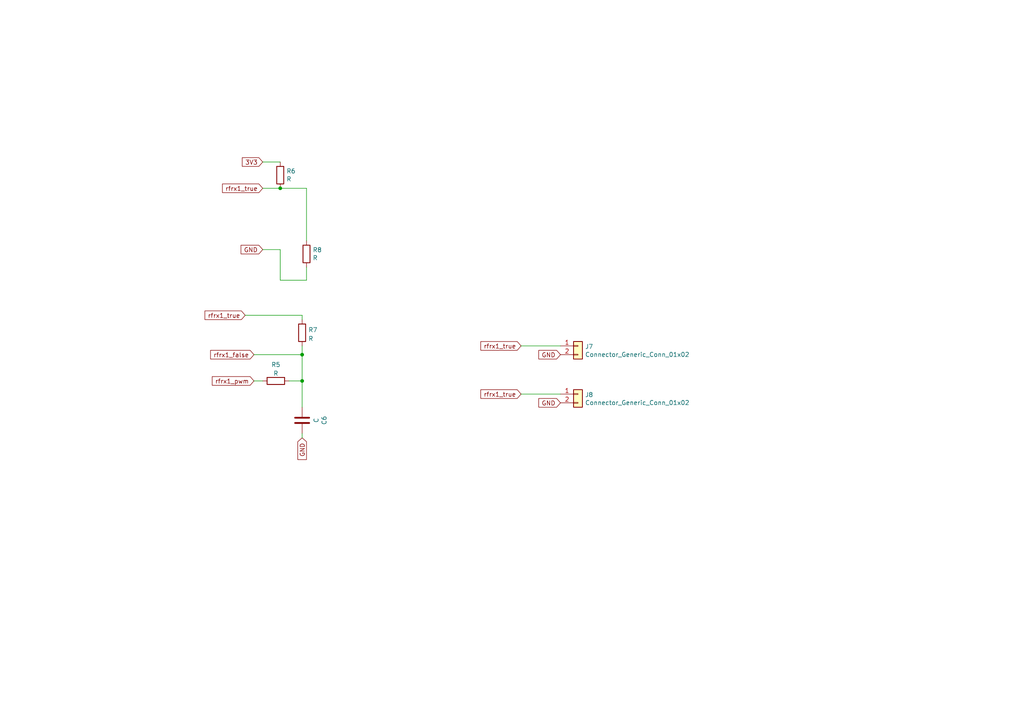
<source format=kicad_sch>
(kicad_sch (version 20211123) (generator eeschema)
  (paper "A4")
  (lib_symbols
    (symbol "Device:C" (pin_numbers hide) (pin_names (offset 0.254))
      (property "Reference" "C" (at 0.635 2.54 0))
      (property "Value" "C" (at 0.635 -2.54 0))
      (symbol "C_0_1"
        (polyline (pts (xy -2.032 -0.762) (xy 2.032 -0.762)) (stroke (width 0.508)))
        (polyline (pts (xy -2.032 0.762) (xy 2.032 0.762)) (stroke (width 0.508)))
      )
      (symbol "C_1_1"
        (pin passive line (at 0 3.81 270) (length 2.794) (name "~") (number "1"))
        (pin passive line (at 0 -3.81 90) (length 2.794) (name "~") (number "2"))
      )
    )
    (symbol "Device:R" (pin_numbers hide) (pin_names (offset 0))
      (property "Reference" "R" (at 2.032 0 90))
      (property "Value" "R" (at 0 0 90))
      (symbol "R_0_1"
        (rectangle (start -1.016 -2.54) (end 1.016 2.54) (stroke (width 0.254)))
      )
      (symbol "R_1_1"
        (pin passive line (at 0 3.81 270) (length 1.27) (name "~") (number "1"))
        (pin passive line (at 0 -3.81 90) (length 1.27) (name "~") (number "2"))
      )
    )
    (symbol "bgt:Connector_Generic_Conn_01x02" (pin_names (offset 1.016) hide)
      (property "Reference" "J" (at 0 2.54 0))
      (property "Value" "bgt_Connector_Generic_Conn_01x02" (at 0 -5.08 0))
      (symbol "Connector_Generic_Conn_01x02_1_1"
        (rectangle (start -1.27 -2.413) (end 0 -2.667) (stroke (width 0.1524)))
        (rectangle (start -1.27 0.127) (end 0 -0.127) (stroke (width 0.1524)))
        (rectangle (start -1.27 1.27) (end 1.27 -3.81) (stroke (width 0.254)) (fill (type background)))
        (pin passive line (at -5.08 0 0) (length 3.81) (name "Pin_1") (number "1"))
        (pin passive line (at -5.08 -2.54 0) (length 3.81) (name "Pin_2") (number "2"))
      )
    )
  )
  (junction (at 81.28 54.61))
  (junction (at 87.63 110.49))
  (junction (at 87.63 102.87))
  (wire (pts (xy 81.28 72.39) (xy 81.28 81.28)))
  (wire (pts (xy 81.28 54.61) (xy 88.9 54.61)))
  (wire (pts (xy 151.13 114.3) (xy 162.56 114.3)))
  (wire (pts (xy 87.63 110.49) (xy 87.63 118.11)))
  (wire (pts (xy 76.2 72.39) (xy 81.28 72.39)))
  (wire (pts (xy 87.63 125.73) (xy 87.63 127)))
  (wire (pts (xy 71.12 91.44) (xy 87.63 91.44)))
  (wire (pts (xy 81.28 81.28) (xy 88.9 81.28)))
  (wire (pts (xy 76.2 46.99) (xy 81.28 46.99)))
  (wire (pts (xy 87.63 100.33) (xy 87.63 102.87)))
  (wire (pts (xy 151.13 100.33) (xy 162.56 100.33)))
  (wire (pts (xy 87.63 102.87) (xy 87.63 110.49)))
  (wire (pts (xy 73.66 110.49) (xy 76.2 110.49)))
  (wire (pts (xy 73.66 102.87) (xy 87.63 102.87)))
  (wire (pts (xy 88.9 81.28) (xy 88.9 77.47)))
  (wire (pts (xy 87.63 91.44) (xy 87.63 92.71)))
  (wire (pts (xy 88.9 54.61) (xy 88.9 69.85)))
  (wire (pts (xy 76.2 54.61) (xy 81.28 54.61)))
  (wire (pts (xy 83.82 110.49) (xy 87.63 110.49)))
  (global_label "GND" (shape input) (at 162.56 116.84 180) (property "Intersheet References" "${INTERSHEET_REFS}" (effects hide)))
  (global_label "rfrx1_true" (shape input) (at 76.2 54.61 180) (property "Intersheet References" "${INTERSHEET_REFS}" (effects hide)))
  (global_label "GND" (shape input) (at 162.56 102.87 180) (property "Intersheet References" "${INTERSHEET_REFS}" (effects hide)))
  (global_label "rfrx1_false" (shape input) (at 73.66 102.87 180) (property "Intersheet References" "${INTERSHEET_REFS}" (effects hide)))
  (global_label "rfrx1_pwm" (shape input) (at 73.66 110.49 180) (property "Intersheet References" "${INTERSHEET_REFS}" (effects hide)))
  (global_label "GND" (shape input) (at 76.2 72.39 180) (property "Intersheet References" "${INTERSHEET_REFS}" (effects hide)))
  (global_label "rfrx1_true" (shape input) (at 71.12 91.44 180) (property "Intersheet References" "${INTERSHEET_REFS}" (effects hide)))
  (global_label "3V3" (shape input) (at 76.2 46.99 180) (property "Intersheet References" "${INTERSHEET_REFS}" (effects hide)))
  (global_label "GND" (shape input) (at 87.63 127 270) (property "Intersheet References" "${INTERSHEET_REFS}" (effects hide)))
  (global_label "rfrx1_true" (shape input) (at 151.13 114.3 180) (property "Intersheet References" "${INTERSHEET_REFS}" (effects hide)))
  (global_label "rfrx1_true" (shape input) (at 151.13 100.33 180) (property "Intersheet References" "${INTERSHEET_REFS}" (effects hide)))
  (symbol (lib_id "Device:R") (at 87.63 96.52 180) (unit 1)
    (property "Reference" "R7" (at 89.408 95.6853 0) (effects (justify right)))
    (property "Value" "R" (at 89.408 98.2222 0) (effects (justify right)))
    (property "Footprint" "Resistor_SMD:R_1206_3216Metric" (effects hide))
  )
  (symbol (lib_id "Device:C") (at 87.63 121.92 180) (unit 1)
    (property "Reference" "C6" (at 94.0308 121.92 90))
    (property "Value" "C" (at 91.7194 121.92 90))
    (property "Footprint" "Capacitor_SMD:C_1206_3216Metric" (effects hide))
  )
  (symbol (lib_id "Device:R") (at 88.9 73.66 0) (unit 1)
    (property "Reference" "R8" (at 90.678 72.4916 0) (effects (justify left)))
    (property "Value" "R" (at 90.678 74.803 0) (effects (justify left)))
    (property "Footprint" "Resistor_SMD:R_1206_3216Metric" (effects hide))
  )
  (symbol (lib_id "bgt:Connector_Generic_Conn_01x02") (at 167.64 114.3 0) (unit 1)
    (property "Reference" "J8" (at 169.672 114.5032 0) (effects (justify left)))
    (property "Value" "Connector_Generic_Conn_01x02" (at 169.672 116.8146 0) (effects (justify left)))
    (property "Footprint" "Connector_PinHeader_2.54mm:PinHeader_1x02_P2.54mm_Vertical" (effects hide))
  )
  (symbol (lib_id "Device:R") (at 80.01 110.49 90) (unit 1)
    (property "Reference" "R5" (at 80.01 105.7742 90))
    (property "Value" "R" (at 80.01 108.3111 90))
    (property "Footprint" "Resistor_SMD:R_1206_3216Metric" (effects hide))
  )
  (symbol (lib_id "bgt:Connector_Generic_Conn_01x02") (at 167.64 100.33 0) (unit 1)
    (property "Reference" "J7" (at 169.672 100.5332 0) (effects (justify left)))
    (property "Value" "Connector_Generic_Conn_01x02" (at 169.672 102.8446 0) (effects (justify left)))
    (property "Footprint" "Connector_PinHeader_2.54mm:PinHeader_1x02_P2.54mm_Vertical" (effects hide))
  )
  (symbol (lib_id "Device:R") (at 81.28 50.8 0) (unit 1)
    (property "Reference" "R6" (at 83.058 49.6316 0) (effects (justify left)))
    (property "Value" "R" (at 83.058 51.943 0) (effects (justify left)))
    (property "Footprint" "Resistor_SMD:R_1206_3216Metric" (effects hide))
  )
)
</source>
